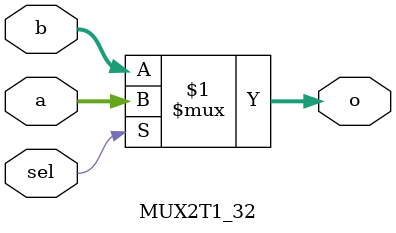
<source format=v>
`timescale 1ns / 1ps
module 	MUX2T1_32(input[31:0]a,
						 input[31:0]b,
						 input sel,
						 output[31:0]o
						 );

	assign o=sel?a:b;

endmodule


</source>
